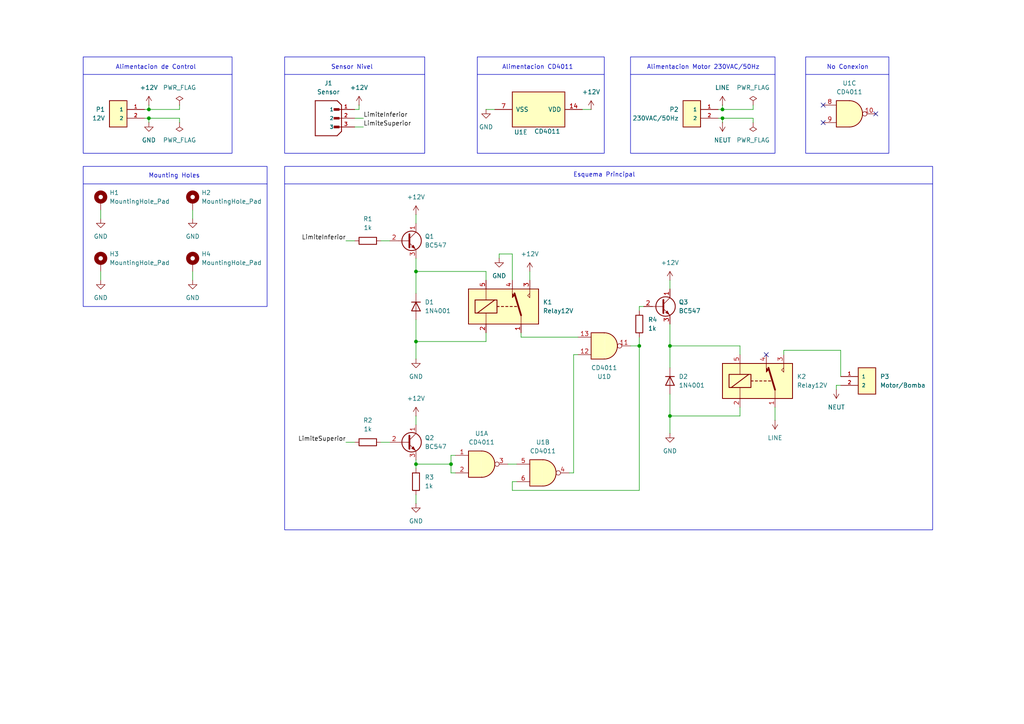
<source format=kicad_sch>
(kicad_sch (version 20250114) (generator "eeschema") (generator_version "9.0")
  (paper "A4")
  (title_block (title "Controlador Automatico Bomba de Agua") (date "2025-05-19") (rev "v1.0") (company "Davidson Camilo Acuña Romero"))
  (lib_symbols
    (symbol "4xxx:4011" (pin_names (offset 1.016))
      (property "Reference" "U" (at 0 1.27 0))
      (property "Value" "4011" (at 0 -1.27 0))
      (symbol "4011_1_1"
        (arc (start 0 3.81) (mid 3.7934 0) (end 0 -3.81) (stroke (width 0.254)) (fill (type background)))
        (polyline (pts (xy 0 3.81) (xy -3.81 3.81) (xy -3.81 -3.81) (xy 0 -3.81)) (stroke (width 0.254)) (fill (type background)))
        (pin input line (at -7.62 2.54 0) (length 3.81) (name "~") (number "1"))
        (pin input line (at -7.62 -2.54 0) (length 3.81) (name "~") (number "2"))
        (pin output inverted (at 7.62 0 180) (length 3.81) (name "~") (number "3"))
      )
      (symbol "4011_1_2"
        (arc (start -3.81 3.81) (mid -2.589 0) (end -3.81 -3.81) (stroke (width 0.254)))
        (polyline (pts (xy -3.81 3.81) (xy -0.635 3.81)) (stroke (width 0.254)) (fill (type background)))
        (polyline (pts (xy -3.81 -3.81) (xy -0.635 -3.81)) (stroke (width 0.254)) (fill (type background)))
        (arc (start 3.81 0) (mid 2.1855 -2.584) (end -0.6096 -3.81) (stroke (width 0.254)) (fill (type background)))
        (arc (start -0.6096 3.81) (mid 2.1928 2.5924) (end 3.81 0) (stroke (width 0.254)) (fill (type background)))
        (polyline (pts (xy -0.635 3.81) (xy -3.81 3.81) (xy -3.81 3.81) (xy -3.556 3.4036) (xy -3.0226 2.2606) (xy -2.6924 1.0414) (xy -2.6162 -0.254) (xy -2.7686 -1.4986) (xy -3.175 -2.7178) (xy -3.81 -3.81) (xy -3.81 -3.81) (xy -0.635 -3.81)) (stroke (width -25.4)) (fill (type background)))
        (pin input inverted (at -7.62 2.54 0) (length 4.318) (name "~") (number "1"))
        (pin input inverted (at -7.62 -2.54 0) (length 4.318) (name "~") (number "2"))
        (pin output line (at 7.62 0 180) (length 3.81) (name "~") (number "3"))
      )
      (symbol "4011_2_1"
        (arc (start 0 3.81) (mid 3.7934 0) (end 0 -3.81) (stroke (width 0.254)) (fill (type background)))
        (polyline (pts (xy 0 3.81) (xy -3.81 3.81) (xy -3.81 -3.81) (xy 0 -3.81)) (stroke (width 0.254)) (fill (type background)))
        (pin input line (at -7.62 2.54 0) (length 3.81) (name "~") (number "5"))
        (pin input line (at -7.62 -2.54 0) (length 3.81) (name "~") (number "6"))
        (pin output inverted (at 7.62 0 180) (length 3.81) (name "~") (number "4"))
      )
      (symbol "4011_2_2"
        (arc (start -3.81 3.81) (mid -2.589 0) (end -3.81 -3.81) (stroke (width 0.254)))
        (polyline (pts (xy -3.81 3.81) (xy -0.635 3.81)) (stroke (width 0.254)) (fill (type background)))
        (polyline (pts (xy -3.81 -3.81) (xy -0.635 -3.81)) (stroke (width 0.254)) (fill (type background)))
        (arc (start 3.81 0) (mid 2.1855 -2.584) (end -0.6096 -3.81) (stroke (width 0.254)) (fill (type background)))
        (arc (start -0.6096 3.81) (mid 2.1928 2.5924) (end 3.81 0) (stroke (width 0.254)) (fill (type background)))
        (polyline (pts (xy -0.635 3.81) (xy -3.81 3.81) (xy -3.81 3.81) (xy -3.556 3.4036) (xy -3.0226 2.2606) (xy -2.6924 1.0414) (xy -2.6162 -0.254) (xy -2.7686 -1.4986) (xy -3.175 -2.7178) (xy -3.81 -3.81) (xy -3.81 -3.81) (xy -0.635 -3.81)) (stroke (width -25.4)) (fill (type background)))
        (pin input inverted (at -7.62 2.54 0) (length 4.318) (name "~") (number "5"))
        (pin input inverted (at -7.62 -2.54 0) (length 4.318) (name "~") (number "6"))
        (pin output line (at 7.62 0 180) (length 3.81) (name "~") (number "4"))
      )
      (symbol "4011_3_1"
        (arc (start 0 3.81) (mid 3.7934 0) (end 0 -3.81) (stroke (width 0.254)) (fill (type background)))
        (polyline (pts (xy 0 3.81) (xy -3.81 3.81) (xy -3.81 -3.81) (xy 0 -3.81)) (stroke (width 0.254)) (fill (type background)))
        (pin input line (at -7.62 2.54 0) (length 3.81) (name "~") (number "8"))
        (pin input line (at -7.62 -2.54 0) (length 3.81) (name "~") (number "9"))
        (pin output inverted (at 7.62 0 180) (length 3.81) (name "~") (number "10"))
      )
      (symbol "4011_3_2"
        (arc (start -3.81 3.81) (mid -2.589 0) (end -3.81 -3.81) (stroke (width 0.254)))
        (polyline (pts (xy -3.81 3.81) (xy -0.635 3.81)) (stroke (width 0.254)) (fill (type background)))
        (polyline (pts (xy -3.81 -3.81) (xy -0.635 -3.81)) (stroke (width 0.254)) (fill (type background)))
        (arc (start 3.81 0) (mid 2.1855 -2.584) (end -0.6096 -3.81) (stroke (width 0.254)) (fill (type background)))
        (arc (start -0.6096 3.81) (mid 2.1928 2.5924) (end 3.81 0) (stroke (width 0.254)) (fill (type background)))
        (polyline (pts (xy -0.635 3.81) (xy -3.81 3.81) (xy -3.81 3.81) (xy -3.556 3.4036) (xy -3.0226 2.2606) (xy -2.6924 1.0414) (xy -2.6162 -0.254) (xy -2.7686 -1.4986) (xy -3.175 -2.7178) (xy -3.81 -3.81) (xy -3.81 -3.81) (xy -0.635 -3.81)) (stroke (width -25.4)) (fill (type background)))
        (pin input inverted (at -7.62 2.54 0) (length 4.318) (name "~") (number "8"))
        (pin input inverted (at -7.62 -2.54 0) (length 4.318) (name "~") (number "9"))
        (pin output line (at 7.62 0 180) (length 3.81) (name "~") (number "10"))
      )
      (symbol "4011_4_1"
        (arc (start 0 3.81) (mid 3.7934 0) (end 0 -3.81) (stroke (width 0.254)) (fill (type background)))
        (polyline (pts (xy 0 3.81) (xy -3.81 3.81) (xy -3.81 -3.81) (xy 0 -3.81)) (stroke (width 0.254)) (fill (type background)))
        (pin input line (at -7.62 2.54 0) (length 3.81) (name "~") (number "12"))
        (pin input line (at -7.62 -2.54 0) (length 3.81) (name "~") (number "13"))
        (pin output inverted (at 7.62 0 180) (length 3.81) (name "~") (number "11"))
      )
      (symbol "4011_4_2"
        (arc (start -3.81 3.81) (mid -2.589 0) (end -3.81 -3.81) (stroke (width 0.254)))
        (polyline (pts (xy -3.81 3.81) (xy -0.635 3.81)) (stroke (width 0.254)) (fill (type background)))
        (polyline (pts (xy -3.81 -3.81) (xy -0.635 -3.81)) (stroke (width 0.254)) (fill (type background)))
        (arc (start 3.81 0) (mid 2.1855 -2.584) (end -0.6096 -3.81) (stroke (width 0.254)) (fill (type background)))
        (arc (start -0.6096 3.81) (mid 2.1928 2.5924) (end 3.81 0) (stroke (width 0.254)) (fill (type background)))
        (polyline (pts (xy -0.635 3.81) (xy -3.81 3.81) (xy -3.81 3.81) (xy -3.556 3.4036) (xy -3.0226 2.2606) (xy -2.6924 1.0414) (xy -2.6162 -0.254) (xy -2.7686 -1.4986) (xy -3.175 -2.7178) (xy -3.81 -3.81) (xy -3.81 -3.81) (xy -0.635 -3.81)) (stroke (width -25.4)) (fill (type background)))
        (pin input inverted (at -7.62 2.54 0) (length 4.318) (name "~") (number "12"))
        (pin input inverted (at -7.62 -2.54 0) (length 4.318) (name "~") (number "13"))
        (pin output line (at 7.62 0 180) (length 3.81) (name "~") (number "11"))
      )
      (symbol "4011_5_0"
        (pin power_in line (at 0 12.7 270) (length 5.08) (name "VDD") (number "14"))
        (pin power_in line (at 0 -12.7 90) (length 5.08) (name "VSS") (number "7"))
      )
      (symbol "4011_5_1"
        (rectangle (start -5.08 7.62) (end 5.08 -7.62) (stroke (width 0.254)) (fill (type background)))
      )
    )
    (symbol "B3B-XH-A:B3B-XH-A" (pin_names (offset 1.016))
      (property "Reference" "J" (at -2.54 6.35 0))
      (property "Value" "B3B-XH-A" (at -2.54 -7.62 0))
      (symbol "B3B-XH-A_0_0"
        (polyline (pts (xy -3.81 3.81) (xy -3.81 -3.81)) (stroke (width 0.254)))
        (polyline (pts (xy -3.81 3.81) (xy -2.54 5.08)) (stroke (width 0.254)))
        (polyline (pts (xy -3.81 -3.81) (xy -2.54 -5.08)) (stroke (width 0.254)))
        (rectangle (start -3.175 2.2225) (end -1.5875 2.8575) (stroke (width 0.1)) (fill (type outline)))
        (rectangle (start -3.175 -0.3175) (end -1.5875 0.3175) (stroke (width 0.1)) (fill (type outline)))
        (rectangle (start -3.175 -2.8575) (end -1.5875 -2.2225) (stroke (width 0.1)) (fill (type outline)))
        (polyline (pts (xy -2.54 -5.08) (xy 3.81 -5.08)) (stroke (width 0.254)))
        (polyline (pts (xy 3.81 5.08) (xy -2.54 5.08)) (stroke (width 0.254)))
        (polyline (pts (xy 3.81 -5.08) (xy 3.81 5.08)) (stroke (width 0.254)))
        (pin passive line (at -7.62 2.54 0) (length 5.08) (name "1") (number "1"))
        (pin passive line (at -7.62 0 0) (length 5.08) (name "2") (number "2"))
        (pin passive line (at -7.62 -2.54 0) (length 5.08) (name "3") (number "3"))
      )
    )
    (symbol "BORNERA-2:282837-2" (pin_names (offset 1.016))
      (property "Reference" "P" (at -2.5406 2.5438 0))
      (property "Value" "282837-2" (at -2.5424 -6.3745 0))
      (symbol "282837-2_0_0"
        (rectangle (start -2.54 -5.08) (end 2.54 2.54) (stroke (width 0.254)) (fill (type background)))
        (pin passive line (at -7.62 0 0) (length 5.08) (name "1") (number "1"))
        (pin passive line (at -7.62 -2.54 0) (length 5.08) (name "2") (number "2"))
      )
    )
    (symbol "Device:R" (pin_numbers (hide yes)) (pin_names (offset 0))
      (property "Reference" "R" (at 2.032 0 90))
      (property "Value" "R" (at 0 0 90))
      (symbol "R_0_1"
        (rectangle (start -1.016 -2.54) (end 1.016 2.54) (stroke (width 0.254)))
      )
      (symbol "R_1_1"
        (pin passive line (at 0 3.81 270) (length 1.27) (name "~") (number "1"))
        (pin passive line (at 0 -3.81 90) (length 1.27) (name "~") (number "2"))
      )
    )
    (symbol "Diode:1N4001" (pin_numbers (hide yes)) (pin_names (hide yes))
      (property "Reference" "D" (at 0 2.54 0))
      (property "Value" "1N4001" (at 0 -2.54 0))
      (symbol "1N4001_0_1"
        (polyline (pts (xy -1.27 1.27) (xy -1.27 -1.27)) (stroke (width 0.254)))
        (polyline (pts (xy 1.27 1.27) (xy 1.27 -1.27) (xy -1.27 0) (xy 1.27 1.27)) (stroke (width 0.254)))
        (polyline (pts (xy 1.27 0) (xy -1.27 0)))
      )
      (symbol "1N4001_1_1"
        (pin passive line (at -3.81 0 0) (length 2.54) (name "K") (number "1"))
        (pin passive line (at 3.81 0 180) (length 2.54) (name "A") (number "2"))
      )
    )
    (symbol "Mechanical:MountingHole_Pad" (pin_numbers (hide yes)) (pin_names (offset 1.016) (hide yes)) (in_bom no)
      (property "Reference" "H" (at 0 6.35 0))
      (property "Value" "MountingHole_Pad" (at 0 4.445 0))
      (symbol "MountingHole_Pad_0_1"
        (circle (center 0 1.27) (radius 1.27) (stroke (width 1.27)))
      )
      (symbol "MountingHole_Pad_1_1"
        (pin input line (at 0 -2.54 90) (length 2.54) (name "1") (number "1"))
      )
    )
    (symbol "Relay:SANYOU_SRD_Form_C"
      (property "Reference" "K" (at 11.43 3.81 0))
      (property "Value" "SANYOU_SRD_Form_C" (at 11.43 1.27 0))
      (symbol "SANYOU_SRD_Form_C_0_0"
        (polyline (pts (xy 7.62 5.08) (xy 7.62 2.54) (xy 6.985 3.175) (xy 7.62 3.81)))
      )
      (symbol "SANYOU_SRD_Form_C_0_1"
        (rectangle (start -10.16 5.08) (end 10.16 -5.08) (stroke (width 0.254)) (fill (type background)))
        (rectangle (start -8.255 1.905) (end -1.905 -1.905) (stroke (width 0.254)))
        (polyline (pts (xy -7.62 -1.905) (xy -2.54 1.905)) (stroke (width 0.254)))
        (polyline (pts (xy -5.08 5.08) (xy -5.08 1.905)))
        (polyline (pts (xy -5.08 -5.08) (xy -5.08 -1.905)))
        (polyline (pts (xy -1.905 0) (xy -1.27 0)) (stroke (width 0.254)))
        (polyline (pts (xy -0.635 0) (xy 0 0)) (stroke (width 0.254)))
        (polyline (pts (xy 0.635 0) (xy 1.27 0)) (stroke (width 0.254)))
        (polyline (pts (xy 1.905 0) (xy 2.54 0)) (stroke (width 0.254)))
        (polyline (pts (xy 3.175 0) (xy 3.81 0)) (stroke (width 0.254)))
        (polyline (pts (xy 5.08 -2.54) (xy 3.175 3.81)) (stroke (width 0.508)))
        (polyline (pts (xy 5.08 -2.54) (xy 5.08 -5.08)))
      )
      (symbol "SANYOU_SRD_Form_C_1_1"
        (polyline (pts (xy 2.54 3.81) (xy 3.175 3.175) (xy 2.54 2.54) (xy 2.54 5.08)) (fill (type outline)))
        (pin passive line (at -5.08 7.62 270) (length 2.54) (name "~") (number "5"))
        (pin passive line (at -5.08 -7.62 90) (length 2.54) (name "~") (number "2"))
        (pin passive line (at 2.54 7.62 270) (length 2.54) (name "~") (number "4"))
        (pin passive line (at 5.08 -7.62 90) (length 2.54) (name "~") (number "1"))
        (pin passive line (at 7.62 7.62 270) (length 2.54) (name "~") (number "3"))
      )
    )
    (symbol "Transistor_BJT:BC547" (pin_names (offset 0) (hide yes))
      (property "Reference" "Q" (at 5.08 1.905 0))
      (property "Value" "BC547" (at 5.08 0 0))
      (symbol "BC547_0_1"
        (polyline (pts (xy -2.54 0) (xy 0.635 0)))
        (polyline (pts (xy 0.635 1.905) (xy 0.635 -1.905)) (stroke (width 0.508)))
        (circle (center 1.27 0) (radius 2.8194) (stroke (width 0.254)))
      )
      (symbol "BC547_1_1"
        (polyline (pts (xy 0.635 0.635) (xy 2.54 2.54)))
        (polyline (pts (xy 0.635 -0.635) (xy 2.54 -2.54)))
        (polyline (pts (xy 1.27 -1.778) (xy 1.778 -1.27) (xy 2.286 -2.286) (xy 1.27 -1.778)) (fill (type outline)))
        (pin input line (at -5.08 0 0) (length 2.54) (name "B") (number "2"))
        (pin passive line (at 2.54 5.08 270) (length 2.54) (name "C") (number "1"))
        (pin passive line (at 2.54 -5.08 90) (length 2.54) (name "E") (number "3"))
      )
    )
    (symbol "power:+12V" (power) (pin_numbers (hide yes)) (pin_names (offset 0) (hide yes))
      (property "Value" "+12V" (at 0 3.556 0))
      (symbol "+12V_0_1"
        (polyline (pts (xy -0.762 1.27) (xy 0 2.54)))
        (polyline (pts (xy 0 2.54) (xy 0.762 1.27)))
        (polyline (pts (xy 0 0) (xy 0 2.54)))
      )
      (symbol "+12V_1_1"
        (pin power_in line (at 0 0 90) (length 0) (name "~") (number "1"))
      )
    )
    (symbol "power:GND" (power) (pin_numbers (hide yes)) (pin_names (offset 0) (hide yes))
      (property "Value" "GND" (at 0 -3.81 0))
      (symbol "GND_0_1"
        (polyline (pts (xy 0 0) (xy 0 -1.27) (xy 1.27 -1.27) (xy 0 -2.54) (xy -1.27 -1.27) (xy 0 -1.27)))
      )
      (symbol "GND_1_1"
        (pin power_in line (at 0 0 270) (length 0) (name "~") (number "1"))
      )
    )
    (symbol "power:LINE" (power) (pin_numbers (hide yes)) (pin_names (offset 0) (hide yes))
      (property "Value" "LINE" (at 0 3.556 0))
      (symbol "LINE_0_1"
        (polyline (pts (xy -0.762 1.27) (xy 0 2.54)))
        (polyline (pts (xy 0 2.54) (xy 0.762 1.27)))
        (polyline (pts (xy 0 0) (xy 0 2.54)))
      )
      (symbol "LINE_1_1"
        (pin power_in line (at 0 0 90) (length 0) (name "~") (number "1"))
      )
    )
    (symbol "power:NEUT" (power) (pin_numbers (hide yes)) (pin_names (offset 0) (hide yes))
      (property "Value" "NEUT" (at 0 3.556 0))
      (symbol "NEUT_0_1"
        (polyline (pts (xy -0.762 1.27) (xy 0 2.54)))
        (polyline (pts (xy 0 2.54) (xy 0.762 1.27)))
        (polyline (pts (xy 0 0) (xy 0 2.54)))
      )
      (symbol "NEUT_1_1"
        (pin power_in line (at 0 0 90) (length 0) (name "~") (number "1"))
      )
    )
    (symbol "power:PWR_FLAG" (power) (pin_numbers (hide yes)) (pin_names (offset 0) (hide yes))
      (property "Value" "PWR_FLAG" (at 0 3.81 0))
      (symbol "PWR_FLAG_0_0"
        (pin power_out line (at 0 0 90) (length 0) (name "~") (number "1"))
      )
      (symbol "PWR_FLAG_0_1"
        (polyline (pts (xy 0 0) (xy 0 1.27) (xy -1.016 1.905) (xy 0 2.54) (xy 1.016 1.905) (xy 0 1.27)))
      )
    )
  )
  (rectangle (start 233.68 16.51) (end 257.81 44.45))
  (rectangle (start 82.55 16.51) (end 123.19 44.45))
  (rectangle (start 138.43 16.51) (end 175.26 44.45))
  (rectangle (start 24.13 16.51) (end 67.31 44.45))
  (rectangle (start 24.13 48.26) (end 77.47 88.9))
  (rectangle (start 182.88 16.51) (end 224.79 44.45))
  (rectangle (start 82.55 48.26) (end 270.51 153.67))
  (text "Sensor Nivel" (at 102.108 19.558 0) (effects (font (size 1.27 1.27))))
  (text "Alimentacion de Control" (at 45.212 19.558 0) (effects (font (size 1.27 1.27))))
  (text "Esquema Principal" (at 175.26 50.8 0) (effects (font (size 1.27 1.27))))
  (text "Alimentacion Motor 230VAC/50Hz" (at 203.962 19.558 0) (effects (font (size 1.27 1.27))))
  (text "Alimentacion CD4011" (at 155.956 19.558 0) (effects (font (size 1.27 1.27))))
  (text "No Conexion" (at 245.872 19.558 0) (effects (font (size 1.27 1.27))))
  (text "Mounting Holes" (at 50.546 51.054 0) (effects (font (size 1.27 1.27))))
  (junction (at 130.81 134.62))
  (junction (at 209.55 31.75))
  (junction (at 194.31 100.33))
  (junction (at 120.65 99.06))
  (junction (at 209.55 34.29))
  (junction (at 194.31 120.65))
  (junction (at 185.42 100.33))
  (junction (at 120.65 134.62))
  (junction (at 120.65 78.74))
  (junction (at 43.18 34.29))
  (junction (at 43.18 31.75))
  (no_connect (at 222.25 102.87))
  (no_connect (at 238.76 30.48))
  (no_connect (at 238.76 35.56))
  (no_connect (at 254 33.02))
  (polyline (pts (xy 182.88 21.59) (xy 224.79 21.59)))
  (wire (pts (xy 144.78 73.66) (xy 144.78 74.93)))
  (wire (pts (xy 227.33 101.6) (xy 227.33 102.87)))
  (wire (pts (xy 120.65 62.23) (xy 120.65 64.77)))
  (polyline (pts (xy 138.43 21.59) (xy 175.26 21.59)))
  (wire (pts (xy 140.97 78.74) (xy 120.65 78.74)))
  (wire (pts (xy 194.31 120.65) (xy 194.31 125.73)))
  (wire (pts (xy 243.84 101.6) (xy 227.33 101.6)))
  (wire (pts (xy 224.79 118.11) (xy 224.79 121.92)))
  (wire (pts (xy 132.08 132.08) (xy 130.81 132.08)))
  (wire (pts (xy 148.59 139.7) (xy 148.59 142.24)))
  (wire (pts (xy 194.31 81.28) (xy 194.31 83.82)))
  (polyline (pts (xy 82.55 53.34) (xy 270.51 53.34)))
  (wire (pts (xy 120.65 133.35) (xy 120.65 134.62)))
  (wire (pts (xy 120.65 74.93) (xy 120.65 78.74)))
  (wire (pts (xy 130.81 132.08) (xy 130.81 134.62)))
  (wire (pts (xy 166.37 137.16) (xy 166.37 102.87)))
  (wire (pts (xy 194.31 114.3) (xy 194.31 120.65)))
  (wire (pts (xy 218.44 30.48) (xy 218.44 31.75)))
  (wire (pts (xy 110.49 128.27) (xy 113.03 128.27)))
  (wire (pts (xy 102.87 36.83) (xy 105.41 36.83)))
  (polyline (pts (xy 24.13 21.59) (xy 67.31 21.59)))
  (wire (pts (xy 148.59 81.28) (xy 148.59 73.66)))
  (wire (pts (xy 120.65 92.71) (xy 120.65 99.06)))
  (wire (pts (xy 132.08 137.16) (xy 130.81 137.16)))
  (wire (pts (xy 153.67 78.74) (xy 153.67 81.28)))
  (wire (pts (xy 120.65 120.65) (xy 120.65 123.19)))
  (wire (pts (xy 166.37 102.87) (xy 167.64 102.87)))
  (wire (pts (xy 148.59 73.66) (xy 144.78 73.66)))
  (wire (pts (xy 130.81 137.16) (xy 130.81 134.62)))
  (wire (pts (xy 194.31 93.98) (xy 194.31 100.33)))
  (wire (pts (xy 151.13 97.79) (xy 167.64 97.79)))
  (wire (pts (xy 120.65 78.74) (xy 120.65 85.09)))
  (wire (pts (xy 208.28 34.29) (xy 209.55 34.29)))
  (wire (pts (xy 55.88 60.96) (xy 55.88 63.5)))
  (wire (pts (xy 143.51 31.75) (xy 140.97 31.75)))
  (wire (pts (xy 29.21 60.96) (xy 29.21 63.5)))
  (wire (pts (xy 43.18 34.29) (xy 41.91 34.29)))
  (wire (pts (xy 102.87 31.75) (xy 104.14 31.75)))
  (polyline (pts (xy 82.55 21.59) (xy 123.19 21.59)))
  (wire (pts (xy 120.65 99.06) (xy 120.65 104.14)))
  (wire (pts (xy 52.07 31.75) (xy 43.18 31.75)))
  (wire (pts (xy 52.07 35.56) (xy 52.07 34.29)))
  (wire (pts (xy 140.97 81.28) (xy 140.97 78.74)))
  (wire (pts (xy 185.42 100.33) (xy 185.42 97.79)))
  (wire (pts (xy 102.87 34.29) (xy 105.41 34.29)))
  (wire (pts (xy 151.13 96.52) (xy 151.13 97.79)))
  (wire (pts (xy 55.88 78.74) (xy 55.88 81.28)))
  (wire (pts (xy 208.28 31.75) (xy 209.55 31.75)))
  (wire (pts (xy 209.55 34.29) (xy 209.55 35.56)))
  (wire (pts (xy 171.45 31.75) (xy 168.91 31.75)))
  (wire (pts (xy 148.59 142.24) (xy 185.42 142.24)))
  (wire (pts (xy 100.33 69.85) (xy 102.87 69.85)))
  (wire (pts (xy 120.65 143.51) (xy 120.65 146.05)))
  (wire (pts (xy 218.44 34.29) (xy 209.55 34.29)))
  (wire (pts (xy 52.07 34.29) (xy 43.18 34.29)))
  (wire (pts (xy 218.44 35.56) (xy 218.44 34.29)))
  (polyline (pts (xy 24.13 53.34) (xy 77.47 53.34)))
  (wire (pts (xy 147.32 134.62) (xy 149.86 134.62)))
  (wire (pts (xy 149.86 139.7) (xy 148.59 139.7)))
  (wire (pts (xy 214.63 120.65) (xy 194.31 120.65)))
  (wire (pts (xy 52.07 30.48) (xy 52.07 31.75)))
  (wire (pts (xy 242.57 111.76) (xy 242.57 113.03)))
  (wire (pts (xy 182.88 100.33) (xy 185.42 100.33)))
  (wire (pts (xy 243.84 111.76) (xy 242.57 111.76)))
  (wire (pts (xy 140.97 96.52) (xy 140.97 99.06)))
  (wire (pts (xy 214.63 118.11) (xy 214.63 120.65)))
  (wire (pts (xy 43.18 31.75) (xy 43.18 30.48)))
  (wire (pts (xy 104.14 31.75) (xy 104.14 30.48)))
  (wire (pts (xy 43.18 34.29) (xy 43.18 35.56)))
  (wire (pts (xy 214.63 100.33) (xy 194.31 100.33)))
  (wire (pts (xy 209.55 31.75) (xy 209.55 30.48)))
  (wire (pts (xy 185.42 88.9) (xy 185.42 90.17)))
  (wire (pts (xy 214.63 102.87) (xy 214.63 100.33)))
  (wire (pts (xy 185.42 100.33) (xy 185.42 142.24)))
  (wire (pts (xy 243.84 109.22) (xy 243.84 101.6)))
  (wire (pts (xy 41.91 31.75) (xy 43.18 31.75)))
  (wire (pts (xy 194.31 100.33) (xy 194.31 106.68)))
  (wire (pts (xy 120.65 134.62) (xy 120.65 135.89)))
  (wire (pts (xy 110.49 69.85) (xy 113.03 69.85)))
  (wire (pts (xy 218.44 31.75) (xy 209.55 31.75)))
  (wire (pts (xy 140.97 99.06) (xy 120.65 99.06)))
  (wire (pts (xy 120.65 134.62) (xy 130.81 134.62)))
  (wire (pts (xy 100.33 128.27) (xy 102.87 128.27)))
  (wire (pts (xy 186.69 88.9) (xy 185.42 88.9)))
  (polyline (pts (xy 233.68 21.59) (xy 257.81 21.59)))
  (wire (pts (xy 165.1 137.16) (xy 166.37 137.16)))
  (wire (pts (xy 29.21 78.74) (xy 29.21 81.28)))
  (label "LimiteSuperior" (at 100.33 128.27 180))
  (label "LimiteInferior" (at 105.41 34.29 0))
  (label "LimiteSuperior" (at 105.41 36.83 0))
  (label "LimiteInferior" (at 100.33 69.85 180))
  (symbol (lib_id "power:GND") (at 144.78 74.93 0) (unit 1)
    (property "Reference" "#PWR07" (effects (hide yes)))
    (property "Value" "GND" (at 144.78 80.01 0))
    (property "Description" "Power symbol creates a global label with name \"GND\" , ground" (effects (hide yes)))
  )
  (symbol (lib_id "BORNERA-2:282837-2") (at 34.29 31.75 0) (mirror y) (unit 1)
    (property "Reference" "P1" (at 30.48 31.7499 0) (effects (justify left)))
    (property "Value" "12V" (at 30.48 34.2899 0) (effects (justify left)))
    (property "Footprint" "BORNERA_2:BORNERA-2" (effects (hide yes)))
    (property "MF" "On Shore" (effects (hide yes)))
    (property "DESCRIPTION" "TERMINAL BLOCK 3.5MM 2POS PCB" (effects (hide yes)))
    (property "PACKAGE" "None" (effects (hide yes)))
    (property "PRICE" "0.28 USD" (effects (hide yes)))
    (property "PARTREV" "G3" (effects (hide yes)))
    (property "MP" "OSTTE020104" (effects (hide yes)))
    (property "AVAILABILITY" "Good" (effects (hide yes)))
  )
  (symbol (lib_id "power:NEUT") (at 242.57 113.03 180) (unit 1)
    (property "Reference" "#PWR016" (effects (hide yes)))
    (property "Value" "NEUT" (at 242.57 118.11 0))
    (property "Description" "Power symbol creates a global label with name \"NEUT\"" (effects (hide yes)))
  )
  (symbol (lib_id "power:GND") (at 120.65 146.05 0) (unit 1)
    (property "Reference" "#PWR09" (effects (hide yes)))
    (property "Value" "GND" (at 120.65 151.13 0))
    (property "Description" "Power symbol creates a global label with name \"GND\" , ground" (effects (hide yes)))
  )
  (symbol (lib_id "power:LINE") (at 209.55 30.48 0) (unit 1)
    (property "Reference" "#PWR014" (effects (hide yes)))
    (property "Value" "LINE" (at 209.55 25.4 0))
    (property "Description" "Power symbol creates a global label with name \"LINE\"" (effects (hide yes)))
  )
  (symbol (lib_id "BORNERA-2:282837-2") (at 200.66 31.75 0) (mirror y) (unit 1)
    (property "Reference" "P2" (at 196.85 31.7499 0) (effects (justify left)))
    (property "Value" "230VAC/50Hz" (at 196.85 34.2899 0) (effects (justify left)))
    (property "Footprint" "BORNERA_2:BORNERA-2" (effects (hide yes)))
    (property "MF" "On Shore" (effects (hide yes)))
    (property "DESCRIPTION" "TERMINAL BLOCK 3.5MM 2POS PCB" (effects (hide yes)))
    (property "PACKAGE" "None" (effects (hide yes)))
    (property "PRICE" "0.28 USD" (effects (hide yes)))
    (property "PARTREV" "G3" (effects (hide yes)))
    (property "MP" "OSTTE020104" (effects (hide yes)))
    (property "AVAILABILITY" "Good" (effects (hide yes)))
  )
  (symbol (lib_id "4xxx:4011") (at 157.48 137.16 0) (unit 2)
    (property "Reference" "U1" (at 157.4717 128.27 0))
    (property "Value" "CD4011" (at 157.4717 130.81 0))
    (property "Footprint" "Package_DIP:DIP-14_W7.62mm" (effects (hide yes)))
    (property "Datasheet" "http://www.intersil.com/content/dam/Intersil/documents/cd40/cd4011bms-12bms-23bms.pdf" (effects (hide yes)))
    (property "Description" "Quad Nand 2 inputs" (effects (hide yes)))
  )
  (symbol (lib_id "Relay:SANYOU_SRD_Form_C") (at 146.05 88.9 0) (unit 1)
    (property "Reference" "K1" (at 157.48 87.6299 0) (effects (justify left)))
    (property "Value" "Relay12V" (at 157.48 90.1699 0) (effects (justify left)))
    (property "Footprint" "Relay_THT:Relay_SPDT_SANYOU_SRD_Series_Form_C" (effects (hide yes)))
    (property "Datasheet" "http://www.sanyourelay.ca/public/products/pdf/SRD.pdf" (effects (hide yes)))
    (property "Description" "Sanyo SRD relay, Single Pole Miniature Power Relay," (effects (hide yes)))
  )
  (symbol (lib_id "Mechanical:MountingHole_Pad") (at 29.21 76.2 0) (unit 1) (in_bom no)
    (property "Reference" "H3" (at 31.75 73.6599 0) (effects (justify left)))
    (property "Value" "MountingHole_Pad" (at 31.75 76.1999 0) (effects (justify left)))
    (property "Footprint" "MountingHole:MountingHole_2.2mm_M2_DIN965_Pad" (effects (hide yes)))
    (property "Description" "Mounting Hole with connection" (effects (hide yes)))
  )
  (symbol (lib_id "B3B-XH-A:B3B-XH-A") (at 95.25 34.29 0) (mirror y) (unit 1)
    (property "Reference" "J1" (at 95.25 24.13 0))
    (property "Value" "Sensor" (at 95.25 26.67 0))
    (property "Footprint" "JST_XH_3:JST_B3B-XH-A" (effects (hide yes)))
    (property "PARTREV" "7/4/21" (effects (hide yes)))
    (property "STANDARD" "Manufacturer Recommendations" (effects (hide yes)))
    (property "MAXIMUM_PACKAGE_HEIGHT" "7.00 mm" (effects (hide yes)))
    (property "MANUFACTURER" "JST Sales America Inc." (effects (hide yes)))
  )
  (symbol (lib_id "power:PWR_FLAG") (at 52.07 35.56 180) (unit 1)
    (property "Reference" "#FLG02" (effects (hide yes)))
    (property "Value" "PWR_FLAG" (at 52.07 40.64 0))
    (property "Description" "Special symbol for telling ERC where power comes from" (effects (hide yes)))
  )
  (symbol (lib_id "4xxx:4011") (at 139.7 134.62 0) (unit 1)
    (property "Reference" "U1" (at 139.6917 125.73 0))
    (property "Value" "CD4011" (at 139.6917 128.27 0))
    (property "Footprint" "Package_DIP:DIP-14_W7.62mm" (effects (hide yes)))
    (property "Datasheet" "http://www.intersil.com/content/dam/Intersil/documents/cd40/cd4011bms-12bms-23bms.pdf" (effects (hide yes)))
    (property "Description" "Quad Nand 2 inputs" (effects (hide yes)))
  )
  (symbol (lib_id "BORNERA-2:282837-2") (at 251.46 109.22 0) (unit 1)
    (property "Reference" "P3" (at 255.27 109.2199 0) (effects (justify left)))
    (property "Value" "Motor/Bomba" (at 255.27 111.7599 0) (effects (justify left)))
    (property "Footprint" "BORNERA_2:BORNERA-2" (effects (hide yes)))
    (property "MF" "On Shore" (effects (hide yes)))
    (property "DESCRIPTION" "TERMINAL BLOCK 3.5MM 2POS PCB" (effects (hide yes)))
    (property "PACKAGE" "None" (effects (hide yes)))
    (property "PRICE" "0.28 USD" (effects (hide yes)))
    (property "PARTREV" "G3" (effects (hide yes)))
    (property "MP" "OSTTE020104" (effects (hide yes)))
    (property "AVAILABILITY" "Good" (effects (hide yes)))
  )
  (symbol (lib_id "power:GND") (at 29.21 81.28 0) (unit 1)
    (property "Reference" "#PWR020" (effects (hide yes)))
    (property "Value" "GND" (at 29.21 86.36 0))
    (property "Description" "Power symbol creates a global label with name \"GND\" , ground" (effects (hide yes)))
  )
  (symbol (lib_id "Mechanical:MountingHole_Pad") (at 55.88 58.42 0) (unit 1) (in_bom no)
    (property "Reference" "H2" (at 58.42 55.8799 0) (effects (justify left)))
    (property "Value" "MountingHole_Pad" (at 58.42 58.4199 0) (effects (justify left)))
    (property "Footprint" "MountingHole:MountingHole_2.2mm_M2_DIN965_Pad" (effects (hide yes)))
    (property "Description" "Mounting Hole with connection" (effects (hide yes)))
  )
  (symbol (lib_id "power:GND") (at 140.97 31.75 0) (unit 1)
    (property "Reference" "#PWR013" (effects (hide yes)))
    (property "Value" "GND" (at 140.97 36.83 0))
    (property "Description" "Power symbol creates a global label with name \"GND\" , ground" (effects (hide yes)))
  )
  (symbol (lib_id "Mechanical:MountingHole_Pad") (at 55.88 76.2 0) (unit 1) (in_bom no)
    (property "Reference" "H4" (at 58.42 73.6599 0) (effects (justify left)))
    (property "Value" "MountingHole_Pad" (at 58.42 76.1999 0) (effects (justify left)))
    (property "Footprint" "MountingHole:MountingHole_2.2mm_M2_DIN965_Pad" (effects (hide yes)))
    (property "Description" "Mounting Hole with connection" (effects (hide yes)))
  )
  (symbol (lib_id "Diode:1N4001") (at 194.31 110.49 270) (unit 1)
    (property "Reference" "D2" (at 196.85 109.2199 90) (effects (justify left)))
    (property "Value" "1N4001" (at 196.85 111.7599 90) (effects (justify left)))
    (property "Footprint" "Diode_THT:D_DO-41_SOD81_P10.16mm_Horizontal" (effects (hide yes)))
    (property "Datasheet" "http://www.vishay.com/docs/88503/1n4001.pdf" (effects (hide yes)))
    (property "Description" "50V 1A General Purpose Rectifier Diode, DO-41" (effects (hide yes)))
    (property "Sim.Device" "D" (effects (hide yes)))
    (property "Sim.Pins" "1=K 2=A" (effects (hide yes)))
  )
  (symbol (lib_id "power:PWR_FLAG") (at 218.44 35.56 180) (unit 1)
    (property "Reference" "#FLG04" (effects (hide yes)))
    (property "Value" "PWR_FLAG" (at 218.44 40.64 0))
    (property "Description" "Special symbol for telling ERC where power comes from" (effects (hide yes)))
  )
  (symbol (lib_id "4xxx:4011") (at 246.38 33.02 0) (unit 3)
    (property "Reference" "U1" (at 246.3717 24.13 0))
    (property "Value" "CD4011" (at 246.3717 26.67 0))
    (property "Footprint" "Package_DIP:DIP-14_W7.62mm" (effects (hide yes)))
    (property "Datasheet" "http://www.intersil.com/content/dam/Intersil/documents/cd40/cd4011bms-12bms-23bms.pdf" (effects (hide yes)))
    (property "Description" "Quad Nand 2 inputs" (effects (hide yes)))
  )
  (symbol (lib_id "power:GND") (at 55.88 63.5 0) (unit 1)
    (property "Reference" "#PWR019" (effects (hide yes)))
    (property "Value" "GND" (at 55.88 68.58 0))
    (property "Description" "Power symbol creates a global label with name \"GND\" , ground" (effects (hide yes)))
  )
  (symbol (lib_id "power:PWR_FLAG") (at 218.44 30.48 0) (unit 1)
    (property "Reference" "#FLG03" (effects (hide yes)))
    (property "Value" "PWR_FLAG" (at 218.44 25.4 0))
    (property "Description" "Special symbol for telling ERC where power comes from" (effects (hide yes)))
  )
  (symbol (lib_id "power:GND") (at 43.18 35.56 0) (unit 1)
    (property "Reference" "#PWR02" (effects (hide yes)))
    (property "Value" "GND" (at 43.18 40.64 0))
    (property "Description" "Power symbol creates a global label with name \"GND\" , ground" (effects (hide yes)))
  )
  (symbol (lib_id "power:+12V") (at 153.67 78.74 0) (unit 1)
    (property "Reference" "#PWR06" (effects (hide yes)))
    (property "Value" "+12V" (at 153.67 73.66 0))
    (property "Description" "Power symbol creates a global label with name \"+12V\"" (effects (hide yes)))
  )
  (symbol (lib_id "Device:R") (at 106.68 128.27 90) (unit 1)
    (property "Reference" "R2" (at 106.68 121.92 90))
    (property "Value" "1k" (at 106.68 124.46 90))
    (property "Footprint" "Resistor_SMD:R_0805_2012Metric_Pad1.20x1.40mm_HandSolder" (effects (hide yes)))
    (property "Description" "Resistor" (effects (hide yes)))
  )
  (symbol (lib_id "Transistor_BJT:BC547") (at 118.11 128.27 0) (unit 1)
    (property "Reference" "Q2" (at 123.19 126.9999 0) (effects (justify left)))
    (property "Value" "BC547" (at 123.19 129.5399 0) (effects (justify left)))
    (property "Footprint" "Package_TO_SOT_THT:TO-92_Inline" (effects (hide yes)))
    (property "Datasheet" "https://www.onsemi.com/pub/Collateral/BC550-D.pdf" (effects (hide yes)))
    (property "Description" "0.1A Ic, 45V Vce, Small Signal NPN Transistor, TO-92" (effects (hide yes)))
  )
  (symbol (lib_id "power:GND") (at 120.65 104.14 0) (unit 1)
    (property "Reference" "#PWR05" (effects (hide yes)))
    (property "Value" "GND" (at 120.65 109.22 0))
    (property "Description" "Power symbol creates a global label with name \"GND\" , ground" (effects (hide yes)))
  )
  (symbol (lib_id "Transistor_BJT:BC547") (at 191.77 88.9 0) (unit 1)
    (property "Reference" "Q3" (at 196.85 87.6299 0) (effects (justify left)))
    (property "Value" "BC547" (at 196.85 90.1699 0) (effects (justify left)))
    (property "Footprint" "Package_TO_SOT_THT:TO-92_Inline" (effects (hide yes)))
    (property "Datasheet" "https://www.onsemi.com/pub/Collateral/BC550-D.pdf" (effects (hide yes)))
    (property "Description" "0.1A Ic, 45V Vce, Small Signal NPN Transistor, TO-92" (effects (hide yes)))
  )
  (symbol (lib_id "power:GND") (at 55.88 81.28 0) (unit 1)
    (property "Reference" "#PWR021" (effects (hide yes)))
    (property "Value" "GND" (at 55.88 86.36 0))
    (property "Description" "Power symbol creates a global label with name \"GND\" , ground" (effects (hide yes)))
  )
  (symbol (lib_id "power:+12V") (at 171.45 31.75 0) (unit 1)
    (property "Reference" "#PWR012" (effects (hide yes)))
    (property "Value" "+12V" (at 171.45 26.67 0))
    (property "Description" "Power symbol creates a global label with name \"+12V\"" (effects (hide yes)))
  )
  (symbol (lib_id "power:+12V") (at 120.65 62.23 0) (unit 1)
    (property "Reference" "#PWR04" (effects (hide yes)))
    (property "Value" "+12V" (at 120.65 57.15 0))
    (property "Description" "Power symbol creates a global label with name \"+12V\"" (effects (hide yes)))
  )
  (symbol (lib_id "power:GND") (at 194.31 125.73 0) (unit 1)
    (property "Reference" "#PWR011" (effects (hide yes)))
    (property "Value" "GND" (at 194.31 130.81 0))
    (property "Description" "Power symbol creates a global label with name \"GND\" , ground" (effects (hide yes)))
  )
  (symbol (lib_id "power:NEUT") (at 209.55 35.56 180) (unit 1)
    (property "Reference" "#PWR015" (effects (hide yes)))
    (property "Value" "NEUT" (at 209.55 40.64 0))
    (property "Description" "Power symbol creates a global label with name \"NEUT\"" (effects (hide yes)))
  )
  (symbol (lib_id "Device:R") (at 120.65 139.7 180) (unit 1)
    (property "Reference" "R3" (at 123.19 138.4299 0) (effects (justify right)))
    (property "Value" "1k" (at 123.19 140.9699 0) (effects (justify right)))
    (property "Footprint" "Resistor_SMD:R_0805_2012Metric_Pad1.20x1.40mm_HandSolder" (effects (hide yes)))
    (property "Description" "Resistor" (effects (hide yes)))
  )
  (symbol (lib_id "power:+12V") (at 43.18 30.48 0) (unit 1)
    (property "Reference" "#PWR01" (effects (hide yes)))
    (property "Value" "+12V" (at 43.18 25.4 0))
    (property "Description" "Power symbol creates a global label with name \"+12V\"" (effects (hide yes)))
  )
  (symbol (lib_id "Device:R") (at 106.68 69.85 90) (unit 1)
    (property "Reference" "R1" (at 106.68 63.5 90))
    (property "Value" "1k" (at 106.68 66.04 90))
    (property "Footprint" "Resistor_SMD:R_0805_2012Metric_Pad1.20x1.40mm_HandSolder" (effects (hide yes)))
    (property "Description" "Resistor" (effects (hide yes)))
  )
  (symbol (lib_id "power:+12V") (at 194.31 81.28 0) (unit 1)
    (property "Reference" "#PWR010" (effects (hide yes)))
    (property "Value" "+12V" (at 194.31 76.2 0))
    (property "Description" "Power symbol creates a global label with name \"+12V\"" (effects (hide yes)))
  )
  (symbol (lib_id "power:+12V") (at 104.14 30.48 0) (unit 1)
    (property "Reference" "#PWR03" (effects (hide yes)))
    (property "Value" "+12V" (at 104.14 25.4 0))
    (property "Description" "Power symbol creates a global label with name \"+12V\"" (effects (hide yes)))
  )
  (symbol (lib_id "Transistor_BJT:BC547") (at 118.11 69.85 0) (unit 1)
    (property "Reference" "Q1" (at 123.19 68.5799 0) (effects (justify left)))
    (property "Value" "BC547" (at 123.19 71.1199 0) (effects (justify left)))
    (property "Footprint" "Package_TO_SOT_THT:TO-92_Inline" (effects (hide yes)))
    (property "Datasheet" "https://www.onsemi.com/pub/Collateral/BC550-D.pdf" (effects (hide yes)))
    (property "Description" "0.1A Ic, 45V Vce, Small Signal NPN Transistor, TO-92" (effects (hide yes)))
  )
  (symbol (lib_id "Relay:SANYOU_SRD_Form_C") (at 219.71 110.49 0) (unit 1)
    (property "Reference" "K2" (at 231.14 109.2199 0) (effects (justify left)))
    (property "Value" "Relay12V" (at 231.14 111.7599 0) (effects (justify left)))
    (property "Footprint" "Relay_THT:Relay_SPDT_SANYOU_SRD_Series_Form_C" (effects (hide yes)))
    (property "Datasheet" "http://www.sanyourelay.ca/public/products/pdf/SRD.pdf" (effects (hide yes)))
    (property "Description" "Sanyo SRD relay, Single Pole Miniature Power Relay," (effects (hide yes)))
  )
  (symbol (lib_id "Mechanical:MountingHole_Pad") (at 29.21 58.42 0) (unit 1) (in_bom no)
    (property "Reference" "H1" (at 31.75 55.8799 0) (effects (justify left)))
    (property "Value" "MountingHole_Pad" (at 31.75 58.4199 0) (effects (justify left)))
    (property "Footprint" "MountingHole:MountingHole_2.2mm_M2_DIN965_Pad" (effects (hide yes)))
    (property "Description" "Mounting Hole with connection" (effects (hide yes)))
  )
  (symbol (lib_id "4xxx:4011") (at 156.21 31.75 270) (unit 5)
    (property "Reference" "U1" (at 149.098 38.354 90) (effects (justify left)))
    (property "Value" "CD4011" (at 154.9401 38.1 90) (effects (justify left)))
    (property "Footprint" "Package_DIP:DIP-14_W7.62mm" (effects (hide yes)))
    (property "Datasheet" "http://www.intersil.com/content/dam/Intersil/documents/cd40/cd4011bms-12bms-23bms.pdf" (effects (hide yes)))
    (property "Description" "Quad Nand 2 inputs" (effects (hide yes)))
  )
  (symbol (lib_id "power:GND") (at 29.21 63.5 0) (unit 1)
    (property "Reference" "#PWR018" (effects (hide yes)))
    (property "Value" "GND" (at 29.21 68.58 0))
    (property "Description" "Power symbol creates a global label with name \"GND\" , ground" (effects (hide yes)))
  )
  (symbol (lib_id "power:PWR_FLAG") (at 52.07 30.48 0) (unit 1)
    (property "Reference" "#FLG01" (effects (hide yes)))
    (property "Value" "PWR_FLAG" (at 52.07 25.4 0))
    (property "Description" "Special symbol for telling ERC where power comes from" (effects (hide yes)))
  )
  (symbol (lib_id "power:+12V") (at 120.65 120.65 0) (unit 1)
    (property "Reference" "#PWR08" (effects (hide yes)))
    (property "Value" "+12V" (at 120.65 115.57 0))
    (property "Description" "Power symbol creates a global label with name \"+12V\"" (effects (hide yes)))
  )
  (symbol (lib_id "Device:R") (at 185.42 93.98 180) (unit 1)
    (property "Reference" "R4" (at 187.96 92.7099 0) (effects (justify right)))
    (property "Value" "1k" (at 187.96 95.2499 0) (effects (justify right)))
    (property "Footprint" "Resistor_SMD:R_0805_2012Metric_Pad1.20x1.40mm_HandSolder" (effects (hide yes)))
    (property "Description" "Resistor" (effects (hide yes)))
  )
  (symbol (lib_id "4xxx:4011") (at 175.26 100.33 0) (mirror x) (unit 4)
    (property "Reference" "U1" (at 175.2517 109.22 0))
    (property "Value" "CD4011" (at 175.2517 106.68 0))
    (property "Footprint" "Package_DIP:DIP-14_W7.62mm" (effects (hide yes)))
    (property "Datasheet" "http://www.intersil.com/content/dam/Intersil/documents/cd40/cd4011bms-12bms-23bms.pdf" (effects (hide yes)))
    (property "Description" "Quad Nand 2 inputs" (effects (hide yes)))
  )
  (symbol (lib_id "Diode:1N4001") (at 120.65 88.9 270) (unit 1)
    (property "Reference" "D1" (at 123.19 87.6299 90) (effects (justify left)))
    (property "Value" "1N4001" (at 123.19 90.1699 90) (effects (justify left)))
    (property "Footprint" "Diode_THT:D_DO-41_SOD81_P10.16mm_Horizontal" (effects (hide yes)))
    (property "Datasheet" "http://www.vishay.com/docs/88503/1n4001.pdf" (effects (hide yes)))
    (property "Description" "50V 1A General Purpose Rectifier Diode, DO-41" (effects (hide yes)))
    (property "Sim.Device" "D" (effects (hide yes)))
    (property "Sim.Pins" "1=K 2=A" (effects (hide yes)))
  )
  (symbol (lib_id "power:LINE") (at 224.79 121.92 180) (unit 1)
    (property "Reference" "#PWR017" (effects (hide yes)))
    (property "Value" "LINE" (at 224.79 127 0))
    (property "Description" "Power symbol creates a global label with name \"LINE\"" (effects (hide yes)))
  )
)
</source>
